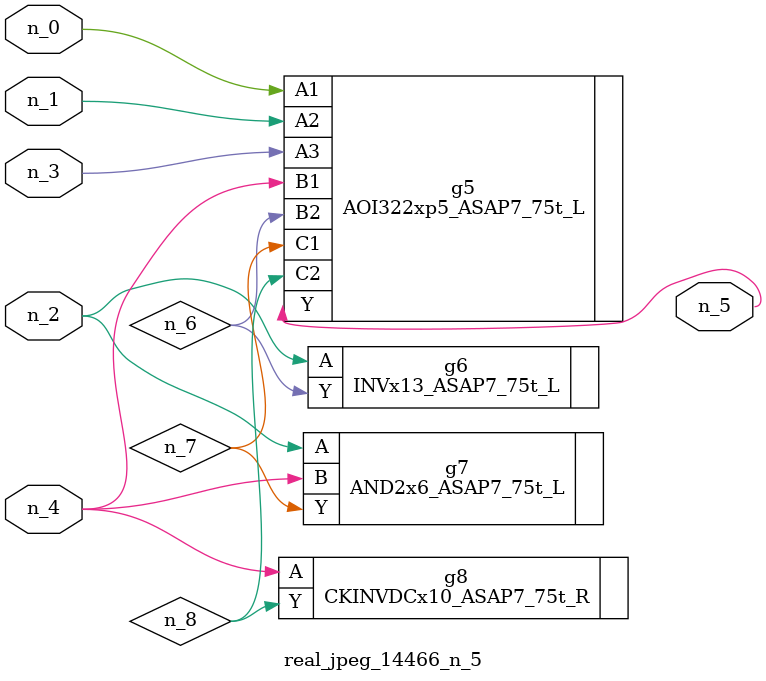
<source format=v>
module real_jpeg_14466_n_5 (n_4, n_0, n_1, n_2, n_3, n_5);

input n_4;
input n_0;
input n_1;
input n_2;
input n_3;

output n_5;

wire n_8;
wire n_6;
wire n_7;

AOI322xp5_ASAP7_75t_L g5 ( 
.A1(n_0),
.A2(n_1),
.A3(n_3),
.B1(n_4),
.B2(n_6),
.C1(n_7),
.C2(n_8),
.Y(n_5)
);

INVx13_ASAP7_75t_L g6 ( 
.A(n_2),
.Y(n_6)
);

AND2x6_ASAP7_75t_L g7 ( 
.A(n_2),
.B(n_4),
.Y(n_7)
);

CKINVDCx10_ASAP7_75t_R g8 ( 
.A(n_4),
.Y(n_8)
);


endmodule
</source>
